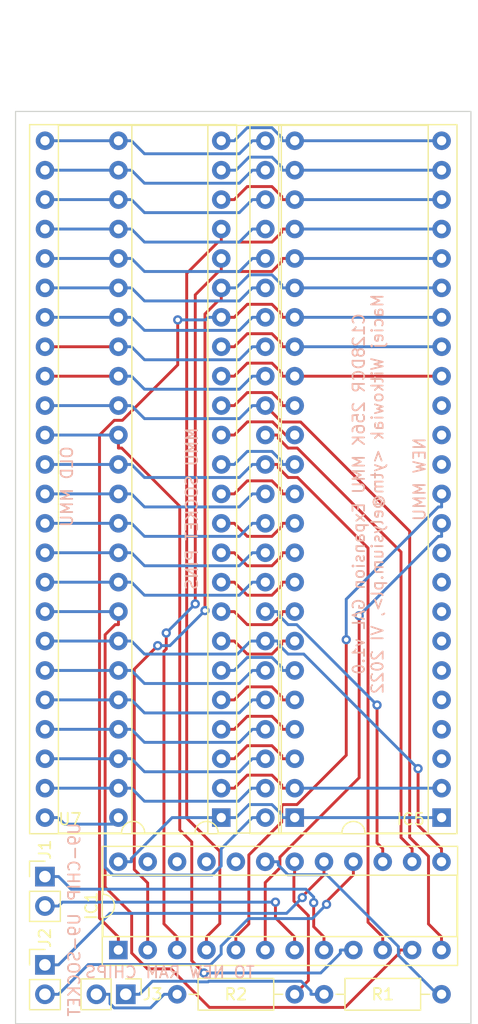
<source format=kicad_pcb>
(kicad_pcb (version 20211014) (generator pcbnew)
  (layers (0 "F.Cu" signal) (31 "B.Cu" signal) (34 "B.Paste" user) (35 "F.Paste" user) (36 "B.SilkS" user "B.Silkscreen") (37 "F.SilkS" user "F.Silkscreen") (38 "B.Mask" user) (39 "F.Mask" user) (44 "Edge.Cuts" user))
  (net 0 "")
  (net 1 "/~{RESET}")
  (net 13 "/AEC")
  (net 14 "/MUX")
  (net 15 "/A0")
  (net 16 "/A1")
  (net 17 "/A2")
  (net 18 "/A3")
  (net 19 "/A5{slash}A4")
  (net 20 "/A7{slash}A6")
  (net 21 "/A8")
  (net 22 "/A9")
  (net 23 "/A10")
  (net 24 "/A11")
  (net 25 "/A12")
  (net 26 "/A13")
  (net 27 "/A14")
  (net 28 "/A15")
  (net 29 "/R{slash}~{W}")
  (net 30 "/PHI_{IN}")
  (net 31 "/D0")
  (net 32 "/D1")
  (net 33 "/D2")
  (net 34 "/D3")
  (net 35 "/D4")
  (net 36 "/D5")
  (net 37 "/D6")
  (net 38 "/D7")
  (net 39 "/~{Z80EN}")
  (net 40 "/~{FSDIR}")
  (net 41 "/~{GAME}")
  (net 42 "/~{EXROM}")
  (net 43 "/MS3")
  (net 44 "/40{slash}~{80}")
  (net 45 "/D0_{IC5}")
  (net 46 "/D6_{IC5}")
  (net 47 "/~{RAMCAS2}")
  (net 48 "/~{RAMCAS3}")
  (net 49 "/~{RAMCAS1}_{IN}")
  (net 50 "/~{RAMCAS0}_{IN}")
  (net 51 "/~{RAMCAS1}_{OUT}")
  (net 52 "/~{RAMCAS0}_{OUT}")
  (net 53 "/TA15")
  (net 54 "/TA14")
  (net 55 "/TA13")
  (net 56 "/TA12")
  (net 57 "/TA11")
  (net 58 "/TA10")
  (net 59 "/TA9")
  (net 60 "/TA8")
  (net 61 "/~{CAS1}")
  (net 62 "/~{CAS0}")
  (net 63 "/MS2,~{IOSEL}")
  (net 64 "/MS1")
  (net 65 "/MS0")
  (net 66 "VCC")
  (net 67 "GND")
  (net 68 "/~{CAS0_{NEW}}")
  (net 69 "/~{CAS1_{NEW}}")
  (net 74 "Net-(IC1-Pad18)")
  (net 75 "Net-(IC1-Pad19)")
  (footprint "Resistor_THT:R_Axial_DIN0207_L6.3mm_D2.5mm_P10.16mm_Horizontal" (layer "F.Cu") (at 116.84 101.6 180)
    (fp_text reference "R1")
    (fp_text value "68")
  )
  (footprint "Connector_PinHeader_2.54mm:PinHeader_1x02_P2.54mm_Vertical" (layer "F.Cu") (at 82.55 99.06)
    (fp_text reference "J2")
    (fp_text value "U9-SOCKET")
  )
  (footprint "Package_DIP:DIP-48_W15.24mm" (layer "F.Cu") (at 104.145 86.35 180)
    (fp_text reference "U7_SOCKET1" hide)
    (fp_text value "MMU SOCKET PINS")
  )
  (footprint "Package_DIP:DIP-48_W15.24mm_Socket" (layer "F.Cu") (at 97.795 86.35 180)
    (fp_text reference "U7")
    (fp_text value "OLD MMU")
  )
  (footprint "Resistor_THT:R_Axial_DIN0207_L6.3mm_D2.5mm_P10.16mm_Horizontal" (layer "F.Cu") (at 104.14 101.6 180)
    (fp_text reference "R2")
    (fp_text value "68")
  )
  (footprint "Package_DIP:DIP-48_W15.24mm_Socket" (layer "F.Cu") (at 116.845 86.35 180)
    (fp_text reference "IC5")
    (fp_text value "NEW MMU")
  )
  (footprint "Connector_PinHeader_2.54mm:PinHeader_1x02_P2.54mm_Vertical" (layer "F.Cu") (at 82.55 91.44)
    (fp_text reference "J1")
    (fp_text value "U9-CHIP")
  )
  (footprint "Connector_PinHeader_2.54mm:PinHeader_1x02_P2.54mm_Vertical" (layer "F.Cu") (at 89.54 101.6 -90)
    (fp_text reference "J3")
    (fp_text value "TO NEW RAM CHIPS")
  )
  (footprint "Package_DIP:DIP-24_W7.62mm_Socket" (layer "F.Cu") (at 88.895 97.78 90)
    (fp_text reference "IC1")
    (fp_text value "GAL22V10")
  )
  (gr_rect (start 119.38 25.4) (end 80.01 104.14) (layer "Edge.Cuts") (width 0.1) (fill none))
  (gr_text "C128DCR 256K MMU Expansion GAL v1.0\nMaciej Witkowiak <ytm@elysium.pl>, VI 2022" (at 110.49 58.42 90) (layer "B.SilkS") (effects (font (size 1 1)) (justify mirror)))
  (segment (start 103.0197 83.5287) (end 102.1757 82.6847) (width 0.25) (layer "F.Cu") (net 1))
  (segment (start 102.1757 82.6847) (end 100.0456 82.6847) (width 0.25) (layer "F.Cu") (net 1))
  (segment (start 100.0456 82.6847) (end 98.9203 83.81) (width 0.25) (layer "F.Cu") (net 1))
  (segment (start 104.145 83.81) (end 103.0197 83.81) (width 0.25) (layer "F.Cu") (net 1))
  (segment (start 97.795 83.81) (end 98.9203 83.81) (width 0.25) (layer "F.Cu") (net 1))
  (segment (start 103.0197 83.81) (end 103.0197 83.5287) (width 0.25) (layer "F.Cu") (net 1))
  (segment (start 116.845 83.81) (end 104.145 83.81) (width 0.25) (layer "B.Cu") (net 1))
  (segment (start 116.845 48.25) (end 104.145 48.25) (width 0.25) (layer "F.Cu") (net 13))
  (segment (start 103.0197 48.25) (end 103.0197 47.9686) (width 0.25) (layer "F.Cu") (net 13))
  (segment (start 104.145 48.25) (end 103.0197 48.25) (width 0.25) (layer "F.Cu") (net 13))
  (segment (start 100.0456 47.1247) (end 98.9203 48.25) (width 0.25) (layer "F.Cu") (net 13))
  (segment (start 97.795 48.25) (end 98.9203 48.25) (width 0.25) (layer "F.Cu") (net 13))
  (segment (start 103.0197 47.9686) (end 102.1758 47.1247) (width 0.25) (layer "F.Cu") (net 13))
  (segment (start 102.1758 47.1247) (end 100.0456 47.1247) (width 0.25) (layer "F.Cu") (net 13))
  (segment (start 103.0197 45.4287) (end 102.1757 44.5847) (width 0.25) (layer "F.Cu") (net 14))
  (segment (start 103.0197 45.71) (end 103.0197 45.4287) (width 0.25) (layer "F.Cu") (net 14))
  (segment (start 97.795 45.71) (end 98.9203 45.71) (width 0.25) (layer "F.Cu") (net 14))
  (segment (start 100.0456 44.5847) (end 98.9203 45.71) (width 0.25) (layer "F.Cu") (net 14))
  (segment (start 104.145 45.71) (end 103.0197 45.71) (width 0.25) (layer "F.Cu") (net 14))
  (segment (start 102.1757 44.5847) (end 100.0456 44.5847) (width 0.25) (layer "F.Cu") (net 14))
  (segment (start 116.845 45.71) (end 104.145 45.71) (width 0.25) (layer "B.Cu") (net 14))
  (segment (start 88.895 97.78) (end 88.895 96.6547) (width 0.25) (layer "F.Cu") (net 15))
  (segment (start 87.2684 95.0281) (end 87.2684 53.3348) (width 0.25) (layer "F.Cu") (net 15))
  (segment (start 94.0312 47.2746) (end 94.0312 43.3929) (width 0.25) (layer "F.Cu") (net 15))
  (segment (start 88.895 96.6547) (end 87.2684 95.0281) (width 0.25) (layer "F.Cu") (net 15))
  (segment (start 100.0456 42.0447) (end 102.1758 42.0447) (width 0.25) (layer "F.Cu") (net 15))
  (segment (start 87.2684 53.3348) (end 88.5432 52.06) (width 0.25) (layer "F.Cu") (net 15))
  (segment (start 89.2458 52.06) (end 94.0312 47.2746) (width 0.25) (layer "F.Cu") (net 15))
  (segment (start 98.9203 43.17) (end 100.0456 42.0447) (width 0.25) (layer "F.Cu") (net 15))
  (segment (start 103.0197 42.8886) (end 103.0197 43.17) (width 0.25) (layer "F.Cu") (net 15))
  (segment (start 88.5432 52.06) (end 89.2458 52.06) (width 0.25) (layer "F.Cu") (net 15))
  (segment (start 104.145 43.17) (end 103.0197 43.17) (width 0.25) (layer "F.Cu") (net 15))
  (segment (start 97.795 43.17) (end 98.9203 43.17) (width 0.25) (layer "F.Cu") (net 15))
  (segment (start 102.1758 42.0447) (end 103.0197 42.8886) (width 0.25) (layer "F.Cu") (net 15))
  (via (at 94.0312 43.3929) (size 0.8) (drill 0.4) (layers "F.Cu" "B.Cu") (net 15))
  (segment (start 96.4468 43.3929) (end 96.6697 43.17) (width 0.25) (layer "B.Cu") (net 15))
  (segment (start 97.795 43.17) (end 96.6697 43.17) (width 0.25) (layer "B.Cu") (net 15))
  (segment (start 94.0312 43.3929) (end 96.4468 43.3929) (width 0.25) (layer "B.Cu") (net 15))
  (segment (start 116.845 43.17) (end 104.145 43.17) (width 0.25) (layer "B.Cu") (net 15))
  (segment (start 96.3861 42.8829) (end 97.5137 41.7553) (width 0.25) (layer "F.Cu") (net 16))
  (segment (start 91.435 91.9948) (end 90.275 90.8348) (width 0.25) (layer "F.Cu") (net 16))
  (segment (start 90.275 90.8348) (end 90.275 73.5344) (width 0.25) (layer "F.Cu") (net 16))
  (segment (start 96.3861 68.4816) (end 96.3861 42.8829) (width 0.25) (layer "F.Cu") (net 16))
  (segment (start 97.5137 41.7553) (end 97.795 41.7553) (width 0.25) (layer "F.Cu") (net 16))
  (segment (start 91.435 97.78) (end 91.435 91.9948) (width 0.25) (layer "F.Cu") (net 16))
  (segment (start 90.275 73.5344) (end 92.3004 71.509) (width 0.25) (layer "F.Cu") (net 16))
  (segment (start 97.795 40.63) (end 97.795 41.7553) (width 0.25) (layer "F.Cu") (net 16))
  (via (at 96.3861 68.4816) (size 0.8) (drill 0.4) (layers "F.Cu" "B.Cu") (net 16))
  (via (at 92.3004 71.509) (size 0.8) (drill 0.4) (layers "F.Cu" "B.Cu") (net 16))
  (segment (start 100.195 39.5047) (end 102.1758 39.5047) (width 0.25) (layer "B.Cu") (net 16))
  (segment (start 93.3587 71.509) (end 92.3004 71.509) (width 0.25) (layer "B.Cu") (net 16))
  (segment (start 97.795 40.63) (end 99.0697 40.63) (width 0.25) (layer "B.Cu") (net 16))
  (segment (start 99.0697 40.63) (end 100.195 39.5047) (width 0.25) (layer "B.Cu") (net 16))
  (segment (start 96.3861 68.4816) (end 93.3587 71.509) (width 0.25) (layer "B.Cu") (net 16))
  (segment (start 103.0197 40.3486) (end 103.0197 40.63) (width 0.25) (layer "B.Cu") (net 16))
  (segment (start 116.845 40.63) (end 104.145 40.63) (width 0.25) (layer "B.Cu") (net 16))
  (segment (start 102.1758 39.5047) (end 103.0197 40.3486) (width 0.25) (layer "B.Cu") (net 16))
  (segment (start 104.145 40.63) (end 103.0197 40.63) (width 0.25) (layer "B.Cu") (net 16))
  (segment (start 92.8388 95.5185) (end 92.8388 71.9964) (width 0.25) (layer "F.Cu") (net 17))
  (segment (start 93.0389 71.7963) (end 93.0389 70.4136) (width 0.25) (layer "F.Cu") (net 17))
  (segment (start 102.1758 39.2153) (end 103.0197 38.3714) (width 0.25) (layer "F.Cu") (net 17))
  (segment (start 103.0197 38.3714) (end 103.0197 38.09) (width 0.25) (layer "F.Cu") (net 17))
  (segment (start 104.145 38.09) (end 103.0197 38.09) (width 0.25) (layer "F.Cu") (net 17))
  (segment (start 92.8388 71.9964) (end 93.0389 71.7963) (width 0.25) (layer "F.Cu") (net 17))
  (segment (start 93.975 96.6547) (end 92.8388 95.5185) (width 0.25) (layer "F.Cu") (net 17))
  (segment (start 95.5461 67.9064) (end 95.5461 41.2324) (width 0.25) (layer "F.Cu") (net 17))
  (segment (start 97.795 39.2153) (end 102.1758 39.2153) (width 0.25) (layer "F.Cu") (net 17))
  (segment (start 95.5461 41.2324) (end 97.5632 39.2153) (width 0.25) (layer "F.Cu") (net 17))
  (segment (start 97.5632 39.2153) (end 97.795 39.2153) (width 0.25) (layer "F.Cu") (net 17))
  (segment (start 93.975 97.78) (end 93.975 96.6547) (width 0.25) (layer "F.Cu") (net 17))
  (segment (start 97.795 38.09) (end 97.795 39.2153) (width 0.25) (layer "F.Cu") (net 17))
  (via (at 95.5461 67.9064) (size 0.8) (drill 0.4) (layers "F.Cu" "B.Cu") (net 17))
  (via (at 93.0389 70.4136) (size 0.8) (drill 0.4) (layers "F.Cu" "B.Cu") (net 17))
  (segment (start 116.845 38.09) (end 104.145 38.09) (width 0.25) (layer "B.Cu") (net 17))
  (segment (start 93.0389 70.4136) (end 95.5461 67.9064) (width 0.25) (layer "B.Cu") (net 17))
  (segment (start 96.515 97.78) (end 96.515 96.6547) (width 0.25) (layer "F.Cu") (net 18))
  (segment (start 97.5137 36.6753) (end 97.795 36.6753) (width 0.25) (layer "F.Cu") (net 18))
  (segment (start 104.145 35.55) (end 103.0197 35.55) (width 0.25) (layer "F.Cu") (net 18))
  (segment (start 103.0197 35.55) (end 103.0197 35.8314) (width 0.25) (layer "F.Cu") (net 18))
  (segment (start 97.795 35.55) (end 97.795 36.6753) (width 0.25) (layer "F.Cu") (net 18))
  (segment (start 96.515 96.6547) (end 97.6703 95.4994) (width 0.25) (layer "F.Cu") (net 18))
  (segment (start 103.0197 35.8314) (end 102.1758 36.6753) (width 0.25) (layer "F.Cu") (net 18))
  (segment (start 102.1758 36.6753) (end 97.795 36.6753) (width 0.25) (layer "F.Cu") (net 18))
  (segment (start 97.6703 89.2566) (end 94.8074 86.3937) (width 0.25) (layer "F.Cu") (net 18))
  (segment (start 97.6703 95.4994) (end 97.6703 89.2566) (width 0.25) (layer "F.Cu") (net 18))
  (segment (start 94.8074 39.3816) (end 97.5137 36.6753) (width 0.25) (layer "F.Cu") (net 18))
  (segment (start 94.8074 86.3937) (end 94.8074 39.3816) (width 0.25) (layer "F.Cu") (net 18))
  (segment (start 116.845 35.55) (end 104.145 35.55) (width 0.25) (layer "B.Cu") (net 18))
  (segment (start 100.0456 31.8847) (end 98.9203 33.01) (width 0.25) (layer "F.Cu") (net 19))
  (segment (start 97.795 33.01) (end 98.9203 33.01) (width 0.25) (layer "F.Cu") (net 19))
  (segment (start 104.145 33.01) (end 103.0197 33.01) (width 0.25) (layer "F.Cu") (net 19))
  (segment (start 102.1757 31.8847) (end 100.0456 31.8847) (width 0.25) (layer "F.Cu") (net 19))
  (segment (start 103.0197 33.01) (end 103.0197 32.7287) (width 0.25) (layer "F.Cu") (net 19))
  (segment (start 103.0197 32.7287) (end 102.1757 31.8847) (width 0.25) (layer "F.Cu") (net 19))
  (segment (start 116.845 33.01) (end 104.145 33.01) (width 0.25) (layer "B.Cu") (net 19))
  (segment (start 103.0197 30.1886) (end 103.0197 30.47) (width 0.25) (layer "B.Cu") (net 20))
  (segment (start 104.145 30.47) (end 103.0197 30.47) (width 0.25) (layer "B.Cu") (net 20))
  (segment (start 100.195 29.3447) (end 102.1758 29.3447) (width 0.25) (layer "B.Cu") (net 20))
  (segment (start 99.0697 30.47) (end 100.195 29.3447) (width 0.25) (layer "B.Cu") (net 20))
  (segment (start 97.795 30.47) (end 99.0697 30.47) (width 0.25) (layer "B.Cu") (net 20))
  (segment (start 102.1758 29.3447) (end 103.0197 30.1886) (width 0.25) (layer "B.Cu") (net 20))
  (segment (start 116.845 30.47) (end 104.145 30.47) (width 0.25) (layer "B.Cu") (net 20))
  (segment (start 116.845 27.93) (end 104.145 27.93) (width 0.25) (layer "B.Cu") (net 21))
  (segment (start 103.0197 27.93) (end 103.0197 27.6486) (width 0.25) (layer "B.Cu") (net 21))
  (segment (start 103.0197 27.6486) (end 102.1758 26.8047) (width 0.25) (layer "B.Cu") (net 21))
  (segment (start 102.1758 26.8047) (end 100.0456 26.8047) (width 0.25) (layer "B.Cu") (net 21))
  (segment (start 100.0456 26.8047) (end 98.9203 27.93) (width 0.25) (layer "B.Cu") (net 21))
  (segment (start 104.145 27.93) (end 103.0197 27.93) (width 0.25) (layer "B.Cu") (net 21))
  (segment (start 97.795 27.93) (end 98.9203 27.93) (width 0.25) (layer "B.Cu") (net 21))
  (segment (start 101.605 27.93) (end 100.4797 27.93) (width 0.25) (layer "B.Cu") (net 22))
  (segment (start 100.4797 27.93) (end 99.3544 29.0553) (width 0.25) (layer "B.Cu") (net 22))
  (segment (start 82.555 27.93) (end 88.905 27.93) (width 0.25) (layer "B.Cu") (net 22))
  (segment (start 99.3544 29.0553) (end 91.1556 29.0553) (width 0.25) (layer "B.Cu") (net 22))
  (segment (start 91.1556 29.0553) (end 90.0303 27.93) (width 0.25) (layer "B.Cu") (net 22))
  (segment (start 88.905 27.93) (end 90.0303 27.93) (width 0.25) (layer "B.Cu") (net 22))
  (segment (start 91.1556 31.5953) (end 90.0303 30.47) (width 0.25) (layer "B.Cu") (net 23))
  (segment (start 82.555 30.47) (end 88.905 30.47) (width 0.25) (layer "B.Cu") (net 23))
  (segment (start 100.4797 30.47) (end 99.3544 31.5953) (width 0.25) (layer "B.Cu") (net 23))
  (segment (start 99.3544 31.5953) (end 91.1556 31.5953) (width 0.25) (layer "B.Cu") (net 23))
  (segment (start 101.605 30.47) (end 100.4797 30.47) (width 0.25) (layer "B.Cu") (net 23))
  (segment (start 88.905 30.47) (end 90.0303 30.47) (width 0.25) (layer "B.Cu") (net 23))
  (segment (start 101.605 33.01) (end 100.4797 33.01) (width 0.25) (layer "B.Cu") (net 24))
  (segment (start 99.3544 34.1353) (end 91.1556 34.1353) (width 0.25) (layer "B.Cu") (net 24))
  (segment (start 82.555 33.01) (end 88.905 33.01) (width 0.25) (layer "B.Cu") (net 24))
  (segment (start 91.1556 34.1353) (end 90.0303 33.01) (width 0.25) (layer "B.Cu") (net 24))
  (segment (start 100.4797 33.01) (end 99.3544 34.1353) (width 0.25) (layer "B.Cu") (net 24))
  (segment (start 88.905 33.01) (end 90.0303 33.01) (width 0.25) (layer "B.Cu") (net 24))
  (segment (start 88.905 35.55) (end 90.0303 35.55) (width 0.25) (layer "B.Cu") (net 25))
  (segment (start 99.3544 36.6753) (end 91.1556 36.6753) (width 0.25) (layer "B.Cu") (net 25))
  (segment (start 91.1556 36.6753) (end 90.0303 35.55) (width 0.25) (layer "B.Cu") (net 25))
  (segment (start 82.555 35.55) (end 88.905 35.55) (width 0.25) (layer "B.Cu") (net 25))
  (segment (start 101.605 35.55) (end 100.4797 35.55) (width 0.25) (layer "B.Cu") (net 25))
  (segment (start 100.4797 35.55) (end 99.3544 36.6753) (width 0.25) (layer "B.Cu") (net 25))
  (segment (start 101.605 38.09) (end 100.4797 38.09) (width 0.25) (layer "B.Cu") (net 26))
  (segment (start 100.4797 38.09) (end 99.3544 39.2153) (width 0.25) (layer "B.Cu") (net 26))
  (segment (start 99.3544 39.2153) (end 91.1556 39.2153) (width 0.25) (layer "B.Cu") (net 26))
  (segment (start 88.905 38.09) (end 90.0303 38.09) (width 0.25) (layer "B.Cu") (net 26))
  (segment (start 82.555 38.09) (end 88.905 38.09) (width 0.25) (layer "B.Cu") (net 26))
  (segment (start 91.1556 39.2153) (end 90.0303 38.09) (width 0.25) (layer "B.Cu") (net 26))
  (segment (start 99.3544 41.7553) (end 91.1556 41.7553) (width 0.25) (layer "B.Cu") (net 27))
  (segment (start 88.905 40.63) (end 90.0303 40.63) (width 0.25) (layer "B.Cu") (net 27))
  (segment (start 91.1556 41.7553) (end 90.0303 40.63) (width 0.25) (layer "B.Cu") (net 27))
  (segment (start 101.605 40.63) (end 100.4797 40.63) (width 0.25) (layer "B.Cu") (net 27))
  (segment (start 100.4797 40.63) (end 99.3544 41.7553) (width 0.25) (layer "B.Cu") (net 27))
  (segment (start 82.555 40.63) (end 88.905 40.63) (width 0.25) (layer "B.Cu") (net 27))
  (segment (start 99.3544 44.2953) (end 91.1556 44.2953) (width 0.25) (layer "B.Cu") (net 28))
  (segment (start 82.555 43.17) (end 88.905 43.17) (width 0.25) (layer "B.Cu") (net 28))
  (segment (start 91.1556 44.2953) (end 90.0303 43.17) (width 0.25) (layer "B.Cu") (net 28))
  (segment (start 88.905 43.17) (end 90.0303 43.17) (width 0.25) (layer "B.Cu") (net 28))
  (segment (start 101.605 43.17) (end 100.4797 43.17) (width 0.25) (layer "B.Cu") (net 28))
  (segment (start 100.4797 43.17) (end 99.3544 44.2953) (width 0.25) (layer "B.Cu") (net 28))
  (segment (start 82.555 45.71) (end 88.905 45.71) (width 0.25) (layer "F.Cu") (net 29))
  (segment (start 88.905 45.71) (end 90.0303 45.71) (width 0.25) (layer "B.Cu") (net 29))
  (segment (start 91.1556 46.8353) (end 90.0303 45.71) (width 0.25) (layer "B.Cu") (net 29))
  (segment (start 99.3544 46.8353) (end 91.1556 46.8353) (width 0.25) (layer "B.Cu") (net 29))
  (segment (start 100.4797 45.71) (end 99.3544 46.8353) (width 0.25) (layer "B.Cu") (net 29))
  (segment (start 101.605 45.71) (end 100.4797 45.71) (width 0.25) (layer "B.Cu") (net 29))
  (segment (start 88.905 48.25) (end 82.555 48.25) (width 0.25) (layer "F.Cu") (net 30))
  (segment (start 100.4797 48.25) (end 99.3544 49.3753) (width 0.25) (layer "B.Cu") (net 30))
  (segment (start 101.605 48.25) (end 100.4797 48.25) (width 0.25) (layer "B.Cu") (net 30))
  (segment (start 91.1556 49.3753) (end 90.0303 48.25) (width 0.25) (layer "B.Cu") (net 30))
  (segment (start 88.905 48.25) (end 90.0303 48.25) (width 0.25) (layer "B.Cu") (net 30))
  (segment (start 99.3544 49.3753) (end 91.1556 49.3753) (width 0.25) (layer "B.Cu") (net 30))
  (segment (start 88.905 53.33) (end 88.905 54.4553) (width 0.25) (layer "F.Cu") (net 31))
  (segment (start 94.2071 59.4761) (end 89.1863 54.4553) (width 0.25) (layer "F.Cu") (net 31))
  (segment (start 94.2071 87.4179) (end 94.2071 59.4761) (width 0.25) (layer "F.Cu") (net 31))
  (segment (start 95.245 98.7037) (end 95.245 88.4558) (width 0.25) (layer "F.Cu") (net 31))
  (segment (start 95.245 88.4558) (end 94.2071 87.4179) (width 0.25) (layer "F.Cu") (net 31))
  (segment (start 89.1863 54.4553) (end 88.905 54.4553) (width 0.25) (layer "F.Cu") (net 31))
  (segment (start 96.3018 99.7605) (end 95.245 98.7037) (width 0.25) (layer "F.Cu") (net 31))
  (via (at 96.3018 99.7605) (size 0.8) (drill 0.4) (layers "F.Cu" "B.Cu") (net 31))
  (segment (start 108.0897 98.0613) (end 106.3905 99.7605) (width 0.25) (layer "B.Cu") (net 31))
  (segment (start 106.3905 99.7605) (end 96.3018 99.7605) (width 0.25) (layer "B.Cu") (net 31))
  (segment (start 108.0897 97.78) (end 108.0897 98.0613) (width 0.25) (layer "B.Cu") (net 31))
  (segment (start 82.555 53.33) (end 88.905 53.33) (width 0.25) (layer "B.Cu") (net 31))
  (segment (start 109.215 97.78) (end 108.0897 97.78) (width 0.25) (layer "B.Cu") (net 31))
  (segment (start 103.5742 56.9953) (end 102.7303 56.1514) (width 0.25) (layer "F.Cu") (net 32))
  (segment (start 110.4829 95.3826) (end 110.4829 63.0826) (width 0.25) (layer "F.Cu") (net 32))
  (segment (start 111.755 97.78) (end 111.755 96.6547) (width 0.25) (layer "F.Cu") (net 32))
  (segment (start 110.4829 63.0826) (end 104.3956 56.9953) (width 0.25) (layer "F.Cu") (net 32))
  (segment (start 101.605 55.87) (end 102.7303 55.87) (width 0.25) (layer "F.Cu") (net 32))
  (segment (start 102.7303 56.1514) (end 102.7303 55.87) (width 0.25) (layer "F.Cu") (net 32))
  (segment (start 111.755 96.6547) (end 110.4829 95.3826) (width 0.25) (layer "F.Cu") (net 32))
  (segment (start 104.3956 56.9953) (end 103.5742 56.9953) (width 0.25) (layer "F.Cu") (net 32))
  (segment (start 91.1556 56.9953) (end 90.0303 55.87) (width 0.25) (layer "B.Cu") (net 32))
  (segment (start 101.605 55.87) (end 100.4797 55.87) (width 0.25) (layer "B.Cu") (net 32))
  (segment (start 82.555 55.87) (end 88.905 55.87) (width 0.25) (layer "B.Cu") (net 32))
  (segment (start 88.905 55.87) (end 90.0303 55.87) (width 0.25) (layer "B.Cu") (net 32))
  (segment (start 100.4797 55.87) (end 99.3544 56.9953) (width 0.25) (layer "B.Cu") (net 32))
  (segment (start 99.3544 56.9953) (end 91.1556 56.9953) (width 0.25) (layer "B.Cu") (net 32))
  (segment (start 100.4797 58.41) (end 99.3544 59.5353) (width 0.25) (layer "B.Cu") (net 33))
  (segment (start 91.1556 59.5353) (end 90.0303 58.41) (width 0.25) (layer "B.Cu") (net 33))
  (segment (start 99.3544 59.5353) (end 91.1556 59.5353) (width 0.25) (layer "B.Cu") (net 33))
  (segment (start 88.905 58.41) (end 90.0303 58.41) (width 0.25) (layer "B.Cu") (net 33))
  (segment (start 82.555 58.41) (end 88.905 58.41) (width 0.25) (layer "B.Cu") (net 33))
  (segment (start 101.605 58.41) (end 100.4797 58.41) (width 0.25) (layer "B.Cu") (net 33))
  (segment (start 100.4797 60.95) (end 99.3544 62.0753) (width 0.25) (layer "B.Cu") (net 34))
  (segment (start 88.905 60.95) (end 90.0303 60.95) (width 0.25) (layer "B.Cu") (net 34))
  (segment (start 99.3544 62.0753) (end 91.1556 62.0753) (width 0.25) (layer "B.Cu") (net 34))
  (segment (start 91.1556 62.0753) (end 90.0303 60.95) (width 0.25) (layer "B.Cu") (net 34))
  (segment (start 101.605 60.95) (end 100.4797 60.95) (width 0.25) (layer "B.Cu") (net 34))
  (segment (start 82.555 60.95) (end 88.905 60.95) (width 0.25) (layer "B.Cu") (net 34))
  (segment (start 88.905 63.49) (end 90.0303 63.49) (width 0.25) (layer "B.Cu") (net 35))
  (segment (start 101.605 63.49) (end 100.4797 63.49) (width 0.25) (layer "B.Cu") (net 35))
  (segment (start 100.4797 63.49) (end 99.3544 64.6153) (width 0.25) (layer "B.Cu") (net 35))
  (segment (start 91.1556 64.6153) (end 90.0303 63.49) (width 0.25) (layer "B.Cu") (net 35))
  (segment (start 82.555 63.49) (end 88.905 63.49) (width 0.25) (layer "B.Cu") (net 35))
  (segment (start 99.3544 64.6153) (end 91.1556 64.6153) (width 0.25) (layer "B.Cu") (net 35))
  (segment (start 99.3544 67.1553) (end 91.1556 67.1553) (width 0.25) (layer "B.Cu") (net 36))
  (segment (start 82.555 66.03) (end 88.905 66.03) (width 0.25) (layer "B.Cu") (net 36))
  (segment (start 100.4797 66.03) (end 99.3544 67.1553) (width 0.25) (layer "B.Cu") (net 36))
  (segment (start 91.1556 67.1553) (end 90.0303 66.03) (width 0.25) (layer "B.Cu") (net 36))
  (segment (start 101.605 66.03) (end 100.4797 66.03) (width 0.25) (layer "B.Cu") (net 36))
  (segment (start 88.905 66.03) (end 90.0303 66.03) (width 0.25) (layer "B.Cu") (net 36))
  (segment (start 113.1697 97.78) (end 113.1697 98.0613) (width 0.25) (layer "F.Cu") (net 37))
  (segment (start 93.4441 99.407) (end 91.4169 99.407) (width 0.25) (layer "F.Cu") (net 37))
  (segment (start 108.4977 102.7333) (end 96.7704 102.7333) (width 0.25) (layer "F.Cu") (net 37))
  (segment (start 87.7532 70.5658) (end 88.6237 69.6953) (width 0.25) (layer "F.Cu") (net 37))
  (segment (start 114.295 97.78) (end 113.1697 97.78) (width 0.25) (layer "F.Cu") (net 37))
  (segment (start 88.6237 69.6953) (end 88.905 69.6953) (width 0.25) (layer "F.Cu") (net 37))
  (segment (start 87.7532 92.3487) (end 87.7532 70.5658) (width 0.25) (layer "F.Cu") (net 37))
  (segment (start 113.1697 98.0613) (end 108.4977 102.7333) (width 0.25) (layer "F.Cu") (net 37))
  (segment (start 91.4169 99.407) (end 90.05 98.0401) (width 0.25) (layer "F.Cu") (net 37))
  (segment (start 90.05 94.6455) (end 87.7532 92.3487) (width 0.25) (layer "F.Cu") (net 37))
  (segment (start 90.05 98.0401) (end 90.05 94.6455) (width 0.25) (layer "F.Cu") (net 37))
  (segment (start 88.905 68.57) (end 88.905 69.6953) (width 0.25) (layer "F.Cu") (net 37))
  (segment (start 96.7704 102.7333) (end 93.4441 99.407) (width 0.25) (layer "F.Cu") (net 37))
  (segment (start 82.555 68.57) (end 88.905 68.57) (width 0.25) (layer "B.Cu") (net 37))
  (segment (start 116.835 90.16) (end 116.835 89.0347) (width 0.25) (layer "F.Cu") (net 38))
  (segment (start 116.835 89.0347) (end 114.8102 87.0099) (width 0.25) (layer "F.Cu") (net 38))
  (segment (start 114.8102 87.0099) (end 114.8102 82.1215) (width 0.25) (layer "F.Cu") (net 38))
  (via (at 114.8102 82.1215) (size 0.8) (drill 0.4) (layers "F.Cu" "B.Cu") (net 38))
  (segment (start 99.205 72.2353) (end 91.1556 72.2353) (width 0.25) (layer "B.Cu") (net 38))
  (segment (start 103.5742 72.2353) (end 104.924 72.2353) (width 0.25) (layer "B.Cu") (net 38))
  (segment (start 101.605 71.11) (end 100.3303 71.11) (width 0.25) (layer "B.Cu") (net 38))
  (segment (start 101.605 71.11) (end 102.7303 71.11) (width 0.25) (layer "B.Cu") (net 38))
  (segment (start 100.3303 71.11) (end 99.205 72.2353) (width 0.25) (layer "B.Cu") (net 38))
  (segment (start 102.7303 71.11) (end 102.7303 71.3914) (width 0.25) (layer "B.Cu") (net 38))
  (segment (start 102.7303 71.3914) (end 103.5742 72.2353) (width 0.25) (layer "B.Cu") (net 38))
  (segment (start 104.924 72.2353) (end 114.8102 82.1215) (width 0.25) (layer "B.Cu") (net 38))
  (segment (start 91.1556 72.2353) (end 90.0303 71.11) (width 0.25) (layer "B.Cu") (net 38))
  (segment (start 88.905 71.11) (end 90.0303 71.11) (width 0.25) (layer "B.Cu") (net 38))
  (segment (start 82.555 71.11) (end 88.905 71.11) (width 0.25) (layer "B.Cu") (net 38))
  (segment (start 100.4797 73.65) (end 99.3544 74.7753) (width 0.25) (layer "B.Cu") (net 39))
  (segment (start 99.3544 74.7753) (end 91.1556 74.7753) (width 0.25) (layer "B.Cu") (net 39))
  (segment (start 91.1556 74.7753) (end 90.0303 73.65) (width 0.25) (layer "B.Cu") (net 39))
  (segment (start 82.555 73.65) (end 88.905 73.65) (width 0.25) (layer "B.Cu") (net 39))
  (segment (start 88.905 73.65) (end 90.0303 73.65) (width 0.25) (layer "B.Cu") (net 39))
  (segment (start 101.605 73.65) (end 100.4797 73.65) (width 0.25) (layer "B.Cu") (net 39))
  (segment (start 88.905 76.19) (end 90.0303 76.19) (width 0.25) (layer "B.Cu") (net 40))
  (segment (start 82.555 76.19) (end 88.905 76.19) (width 0.25) (layer "B.Cu") (net 40))
  (segment (start 101.605 76.19) (end 100.4797 76.19) (width 0.25) (layer "B.Cu") (net 40))
  (segment (start 91.1556 77.3153) (end 90.0303 76.19) (width 0.25) (layer "B.Cu") (net 40))
  (segment (start 99.3544 77.3153) (end 91.1556 77.3153) (width 0.25) (layer "B.Cu") (net 40))
  (segment (start 100.4797 76.19) (end 99.3544 77.3153) (width 0.25) (layer "B.Cu") (net 40))
  (segment (start 101.605 78.73) (end 100.4797 78.73) (width 0.25) (layer "B.Cu") (net 41))
  (segment (start 91.1556 79.8553) (end 90.0303 78.73) (width 0.25) (layer "B.Cu") (net 41))
  (segment (start 100.4797 78.73) (end 99.3544 79.8553) (width 0.25) (layer "B.Cu") (net 41))
  (segment (start 99.3544 79.8553) (end 91.1556 79.8553) (width 0.25) (layer "B.Cu") (net 41))
  (segment (start 82.555 78.73) (end 88.905 78.73) (width 0.25) (layer "B.Cu") (net 41))
  (segment (start 88.905 78.73) (end 90.0303 78.73) (width 0.25) (layer "B.Cu") (net 41))
  (segment (start 100.4797 81.27) (end 99.3544 82.3953) (width 0.25) (layer "B.Cu") (net 42))
  (segment (start 101.605 81.27) (end 100.4797 81.27) (width 0.25) (layer "B.Cu") (net 42))
  (segment (start 88.905 81.27) (end 90.0303 81.27) (width 0.25) (layer "B.Cu") (net 42))
  (segment (start 91.1556 82.3953) (end 90.0303 81.27) (width 0.25) (layer "B.Cu") (net 42))
  (segment (start 99.3544 82.3953) (end 91.1556 82.3953) (width 0.25) (layer "B.Cu") (net 42))
  (segment (start 88.905 81.27) (end 82.555 81.27) (width 0.25) (layer "B.Cu") (net 42))
  (segment (start 82.555 83.81) (end 88.905 83.81) (width 0.25) (layer "B.Cu") (net 43))
  (segment (start 99.2797 84.9353) (end 91.1556 84.9353) (width 0.25) (layer "B.Cu") (net 43))
  (segment (start 88.905 83.81) (end 90.0303 83.81) (width 0.25) (layer "B.Cu") (net 43))
  (segment (start 100.405 83.81) (end 99.2797 84.9353) (width 0.25) (layer "B.Cu") (net 43))
  (segment (start 91.1556 84.9353) (end 90.0303 83.81) (width 0.25) (layer "B.Cu") (net 43))
  (segment (start 101.605 83.81) (end 100.405 83.81) (width 0.25) (layer "B.Cu") (net 43))
  (segment (start 88.4324 91.3101) (end 87.7696 90.6473) (width 0.25) (layer "B.Cu") (net 44))
  (segment (start 87.7696 86.9126) (end 84.2429 86.9126) (width 0.25) (layer "B.Cu") (net 44))
  (segment (start 84.2429 86.9126) (end 83.6803 86.35) (width 0.25) (layer "B.Cu") (net 44))
  (segment (start 88.905 86.35) (end 88.905 86.9126) (width 0.25) (layer "B.Cu") (net 44))
  (segment (start 97.0001 91.3101) (end 88.4324 91.3101) (width 0.25) (layer "B.Cu") (net 44))
  (segment (start 87.7696 90.6473) (end 87.7696 86.9126) (width 0.25) (layer "B.Cu") (net 44))
  (segment (start 97.785 89.0447) (end 97.785 90.5252) (width 0.25) (layer "B.Cu") (net 44))
  (segment (start 88.905 86.9126) (end 87.7696 86.9126) (width 0.25) (layer "B.Cu") (net 44))
  (segment (start 100.4797 86.35) (end 97.785 89.0447) (width 0.25) (layer "B.Cu") (net 44))
  (segment (start 101.605 86.35) (end 100.4797 86.35) (width 0.25) (layer "B.Cu") (net 44))
  (segment (start 82.555 86.35) (end 83.6803 86.35) (width 0.25) (layer "B.Cu") (net 44))
  (segment (start 97.785 90.5252) (end 97.0001 91.3101) (width 0.25) (layer "B.Cu") (net 44))
  (segment (start 113.3355 88.0753) (end 113.3356 88.0753) (width 0.25) (layer "F.Cu") (net 45))
  (segment (start 102.7303 53.33) (end 102.7303 53.6114) (width 0.25) (layer "F.Cu") (net 45))
  (segment (start 113.3355 63.4226) (end 113.3355 88.0753) (width 0.25) (layer "F.Cu") (net 45))
  (segment (start 113.3356 88.0753) (end 114.295 89.0347) (width 0.25) (layer "F.Cu") (net 45))
  (segment (start 104.3682 54.4553) (end 113.3355 63.4226) (width 0.25) (layer "F.Cu") (net 45))
  (segment (start 101.605 53.33) (end 102.7303 53.33) (width 0.25) (layer "F.Cu") (net 45))
  (segment (start 102.7303 53.6114) (end 103.5742 54.4553) (width 0.25) (layer "F.Cu") (net 45))
  (segment (start 114.295 90.16) (end 114.295 89.0347) (width 0.25) (layer "F.Cu") (net 45))
  (segment (start 103.5742 54.4553) (end 104.3682 54.4553) (width 0.25) (layer "F.Cu") (net 45))
  (segment (start 111.755 89.0347) (end 111.2618 88.5415) (width 0.25) (layer "F.Cu") (net 46))
  (segment (start 111.755 90.16) (end 111.755 89.0347) (width 0.25) (layer "F.Cu") (net 46))
  (segment (start 111.2618 88.5415) (end 111.2618 76.6353) (width 0.25) (layer "F.Cu") (net 46))
  (via (at 111.2618 76.6353) (size 0.8) (drill 0.4) (layers "F.Cu" "B.Cu") (net 46))
  (segment (start 101.605 68.57) (end 102.7303 68.57) (width 0.25) (layer "B.Cu") (net 46))
  (segment (start 102.7303 68.8514) (end 102.7303 68.57) (width 0.25) (layer "B.Cu") (net 46))
  (segment (start 111.2618 76.6353) (end 104.3218 69.6953) (width 0.25) (layer "B.Cu") (net 46))
  (segment (start 103.5742 69.6953) (end 102.7303 68.8514) (width 0.25) (layer "B.Cu") (net 46))
  (segment (start 104.3218 69.6953) (end 103.5742 69.6953) (width 0.25) (layer "B.Cu") (net 46))
  (segment (start 88.1753 102.408) (end 88.5427 102.7754) (width 0.25) (layer "B.Cu") (net 47))
  (segment (start 88.1753 101.6) (end 88.1753 102.408) (width 0.25) (layer "B.Cu") (net 47))
  (segment (start 93.98 101.6) (end 92.8547 101.6) (width 0.25) (layer "B.Cu") (net 47))
  (segment (start 91.6793 102.7754) (end 92.8547 101.6) (width 0.25) (layer "B.Cu") (net 47))
  (segment (start 88.5427 102.7754) (end 91.6793 102.7754) (width 0.25) (layer "B.Cu") (net 47))
  (segment (start 87 101.6) (end 88.1753 101.6) (width 0.25) (layer "B.Cu") (net 47))
  (segment (start 104.7108 100.4747) (end 105.5547 101.3186) (width 0.25) (layer "B.Cu") (net 48))
  (segment (start 95.6738 100.4747) (end 95.7275 100.5284) (width 0.25) (layer "B.Cu") (net 48))
  (segment (start 106.68 101.6) (end 105.5547 101.6) (width 0.25) (layer "B.Cu") (net 48))
  (segment (start 90.7153 101.6) (end 91.8406 100.4747) (width 0.25) (layer "B.Cu") (net 48))
  (segment (start 95.7275 100.5284) (end 96.6506 100.5284) (width 0.25) (layer "B.Cu") (net 48))
  (segment (start 96.6506 100.5284) (end 96.7043 100.4747) (width 0.25) (layer "B.Cu") (net 48))
  (segment (start 105.5547 101.3186) (end 105.5547 101.6) (width 0.25) (layer "B.Cu") (net 48))
  (segment (start 96.7043 100.4747) (end 104.7108 100.4747) (width 0.25) (layer "B.Cu") (net 48))
  (segment (start 89.54 101.6) (end 90.7153 101.6) (width 0.25) (layer "B.Cu") (net 48))
  (segment (start 91.8406 100.4747) (end 95.6738 100.4747) (width 0.25) (layer "B.Cu") (net 48))
  (segment (start 106.675 97.78) (end 106.675 96.6547) (width 0.25) (layer "F.Cu") (net 49))
  (segment (start 106.675 96.6547) (end 105.7867 95.7664) (width 0.25) (layer "F.Cu") (net 49))
  (segment (start 105.7867 95.7664) (end 105.7867 93.694) (width 0.25) (layer "F.Cu") (net 49))
  (via (at 105.7867 93.694) (size 0.8) (drill 0.4) (layers "F.Cu" "B.Cu") (net 49))
  (segment (start 84.8129 92.5276) (end 83.7253 91.44) (width 0.25) (layer "B.Cu") (net 49))
  (segment (start 82.55 91.44) (end 83.7253 91.44) (width 0.25) (layer "B.Cu") (net 49))
  (segment (start 105.1077 92.5276) (end 84.8129 92.5276) (width 0.25) (layer "B.Cu") (net 49))
  (segment (start 105.7867 93.694) (end 105.7867 93.2066) (width 0.25) (layer "B.Cu") (net 49))
  (segment (start 105.7867 93.2066) (end 105.1077 92.5276) (width 0.25) (layer "B.Cu") (net 49))
  (segment (start 104.135 97.78) (end 104.135 96.6547) (width 0.25) (layer "F.Cu") (net 50))
  (segment (start 102.4785 94.9982) (end 102.4785 93.6461) (width 0.25) (layer "F.Cu") (net 50))
  (segment (start 104.135 96.6547) (end 102.4785 94.9982) (width 0.25) (layer "F.Cu") (net 50))
  (via (at 102.4785 93.6461) (size 0.8) (drill 0.4) (layers "F.Cu" "B.Cu") (net 50))
  (segment (start 82.55 93.98) (end 83.7253 93.98) (width 0.25) (layer "B.Cu") (net 50))
  (segment (start 84.0592 93.6461) (end 83.7253 93.98) (width 0.25) (layer "B.Cu") (net 50))
  (segment (start 102.4785 93.6461) (end 84.0592 93.6461) (width 0.25) (layer "B.Cu") (net 50))
  (segment (start 106.675 90.16) (end 106.675 91.2853) (width 0.25) (layer "F.Cu") (net 51))
  (segment (start 106.675 91.2853) (end 104.8004 93.1599) (width 0.25) (layer "F.Cu") (net 51))
  (segment (start 104.8004 93.1599) (end 104.8004 93.2529) (width 0.25) (layer "F.Cu") (net 51))
  (via (at 104.8004 93.2529) (size 0.8) (drill 0.4) (layers "F.Cu" "B.Cu") (net 51))
  (segment (start 82.55 99.06) (end 83.7253 99.06) (width 0.25) (layer "B.Cu") (net 51))
  (segment (start 88.1706 94.6147) (end 83.7253 99.06) (width 0.25) (layer "B.Cu") (net 51))
  (segment (start 104.8004 93.2529) (end 103.4386 94.6147) (width 0.25) (layer "B.Cu") (net 51))
  (segment (start 103.4386 94.6147) (end 88.1706 94.6147) (width 0.25) (layer "B.Cu") (net 51))
  (segment (start 109.215 91.2853) (end 106.8979 93.6024) (width 0.25) (layer "F.Cu") (net 52))
  (segment (start 109.215 90.16) (end 109.215 91.2853) (width 0.25) (layer "F.Cu") (net 52))
  (segment (start 106.8979 93.6024) (end 106.8979 93.8393) (width 0.25) (layer "F.Cu") (net 52))
  (via (at 106.8979 93.8393) (size 0.8) (drill 0.4) (layers "F.Cu" "B.Cu") (net 52))
  (segment (start 106.8979 93.8393) (end 105.6722 95.065) (width 0.25) (layer "B.Cu") (net 52))
  (segment (start 96.8816 99.0352) (end 86.2901 99.0352) (width 0.25) (layer "B.Cu") (net 52))
  (segment (start 82.55 101.6) (end 83.7253 101.6) (width 0.25) (layer "B.Cu") (net 52))
  (segment (start 100.1505 95.065) (end 97.785 97.4305) (width 0.25) (layer "B.Cu") (net 52))
  (segment (start 105.6722 95.065) (end 100.1505 95.065) (width 0.25) (layer "B.Cu") (net 52))
  (segment (start 86.2901 99.0352) (end 83.7253 101.6) (width 0.25) (layer "B.Cu") (net 52))
  (segment (start 97.785 98.1318) (end 96.8816 99.0352) (width 0.25) (layer "B.Cu") (net 52))
  (segment (start 97.785 97.4305) (end 97.785 98.1318) (width 0.25) (layer "B.Cu") (net 52))
  (segment (start 98.9203 81.27) (end 100.0456 80.1447) (width 0.25) (layer "F.Cu") (net 53))
  (segment (start 103.0197 80.9886) (end 103.0197 81.27) (width 0.25) (layer "F.Cu") (net 53))
  (segment (start 100.0456 80.1447) (end 102.1758 80.1447) (width 0.25) (layer "F.Cu") (net 53))
  (segment (start 102.1758 80.1447) (end 103.0197 80.9886) (width 0.25) (layer "F.Cu") (net 53))
  (segment (start 104.145 81.27) (end 103.0197 81.27) (width 0.25) (layer "F.Cu") (net 53))
  (segment (start 97.795 81.27) (end 98.9203 81.27) (width 0.25) (layer "F.Cu") (net 53))
  (segment (start 97.795 78.73) (end 98.9203 78.73) (width 0.25) (layer "F.Cu") (net 54))
  (segment (start 98.9203 78.73) (end 100.0456 77.6047) (width 0.25) (layer "F.Cu") (net 54))
  (segment (start 102.1758 77.6047) (end 103.0197 78.4486) (width 0.25) (layer "F.Cu") (net 54))
  (segment (start 100.0456 77.6047) (end 102.1758 77.6047) (width 0.25) (layer "F.Cu") (net 54))
  (segment (start 104.145 78.73) (end 103.0197 78.73) (width 0.25) (layer "F.Cu") (net 54))
  (segment (start 103.0197 78.4486) (end 103.0197 78.73) (width 0.25) (layer "F.Cu") (net 54))
  (segment (start 104.145 76.19) (end 103.0197 76.19) (width 0.25) (layer "F.Cu") (net 55))
  (segment (start 102.1758 75.0647) (end 103.0197 75.9086) (width 0.25) (layer "F.Cu") (net 55))
  (segment (start 103.0197 75.9086) (end 103.0197 76.19) (width 0.25) (layer "F.Cu") (net 55))
  (segment (start 98.9203 76.19) (end 100.0456 75.0647) (width 0.25) (layer "F.Cu") (net 55))
  (segment (start 100.0456 75.0647) (end 102.1758 75.0647) (width 0.25) (layer "F.Cu") (net 55))
  (segment (start 97.795 76.19) (end 98.9203 76.19) (width 0.25) (layer "F.Cu") (net 55))
  (segment (start 98.9203 73.65) (end 100.0456 72.5247) (width 0.25) (layer "B.Cu") (net 56))
  (segment (start 100.0456 72.5247) (end 102.1758 72.5247) (width 0.25) (layer "B.Cu") (net 56))
  (segment (start 104.145 73.65) (end 103.0197 73.65) (width 0.25) (layer "B.Cu") (net 56))
  (segment (start 103.0197 73.3686) (end 103.0197 73.65) (width 0.25) (layer "B.Cu") (net 56))
  (segment (start 102.1758 72.5247) (end 103.0197 73.3686) (width 0.25) (layer "B.Cu") (net 56))
  (segment (start 97.795 73.65) (end 98.9203 73.65) (width 0.25) (layer "B.Cu") (net 56))
  (segment (start 97.795 71.11) (end 98.9203 71.11) (width 0.25) (layer "F.Cu") (net 57))
  (segment (start 103.0197 71.3914) (end 103.0197 71.11) (width 0.25) (layer "F.Cu") (net 57))
  (segment (start 100.0456 72.2353) (end 102.1758 72.2353) (width 0.25) (layer "F.Cu") (net 57))
  (segment (start 102.1758 72.2353) (end 103.0197 71.3914) (width 0.25) (layer "F.Cu") (net 57))
  (segment (start 98.9203 71.11) (end 100.0456 72.2353) (width 0.25) (layer "F.Cu") (net 57))
  (segment (start 104.145 71.11) (end 103.0197 71.11) (width 0.25) (layer "F.Cu") (net 57))
  (segment (start 100.0456 69.6953) (end 102.1758 69.6953) (width 0.25) (layer "F.Cu") (net 58))
  (segment (start 103.0197 68.8514) (end 103.0197 68.57) (width 0.25) (layer "F.Cu") (net 58))
  (segment (start 98.9203 68.57) (end 100.0456 69.6953) (width 0.25) (layer "F.Cu") (net 58))
  (segment (start 104.145 68.57) (end 103.0197 68.57) (width 0.25) (layer "F.Cu") (net 58))
  (segment (start 97.795 68.57) (end 98.9203 68.57) (width 0.25) (layer "F.Cu") (net 58))
  (segment (start 102.1758 69.6953) (end 103.0197 68.8514) (width 0.25) (layer "F.Cu") (net 58))
  (segment (start 102.1758 67.1553) (end 103.0197 66.3114) (width 0.25) (layer "F.Cu") (net 59))
  (segment (start 97.795 66.03) (end 98.9203 66.03) (width 0.25) (layer "F.Cu") (net 59))
  (segment (start 100.0456 67.1553) (end 102.1758 67.1553) (width 0.25) (layer "F.Cu") (net 59))
  (segment (start 104.145 66.03) (end 103.0197 66.03) (width 0.25) (layer "F.Cu") (net 59))
  (segment (start 98.9203 66.03) (end 100.0456 67.1553) (width 0.25) (layer "F.Cu") (net 59))
  (segment (start 103.0197 66.3114) (end 103.0197 66.03) (width 0.25) (layer "F.Cu") (net 59))
  (segment (start 98.9203 63.49) (end 100.0456 64.6153) (width 0.25) (layer "F.Cu") (net 60))
  (segment (start 103.0197 63.7714) (end 103.0197 63.49) (width 0.25) (layer "F.Cu") (net 60))
  (segment (start 97.795 63.49) (end 98.9203 63.49) (width 0.25) (layer "F.Cu") (net 60))
  (segment (start 100.0456 64.6153) (end 102.1758 64.6153) (width 0.25) (layer "F.Cu") (net 60))
  (segment (start 102.1758 64.6153) (end 103.0197 63.7714) (width 0.25) (layer "F.Cu") (net 60))
  (segment (start 104.145 63.49) (end 103.0197 63.49) (width 0.25) (layer "F.Cu") (net 60))
  (segment (start 104.145 60.95) (end 103.0197 60.95) (width 0.25) (layer "F.Cu") (net 61))
  (segment (start 102.1758 62.0753) (end 103.0197 61.2314) (width 0.25) (layer "F.Cu") (net 61))
  (segment (start 97.795 60.95) (end 98.9203 60.95) (width 0.25) (layer "F.Cu") (net 61))
  (segment (start 100.0456 62.0753) (end 102.1758 62.0753) (width 0.25) (layer "F.Cu") (net 61))
  (segment (start 98.9203 60.95) (end 100.0456 62.0753) (width 0.25) (layer "F.Cu") (net 61))
  (segment (start 103.0197 61.2314) (end 103.0197 60.95) (width 0.25) (layer "F.Cu") (net 61))
  (segment (start 97.795 58.41) (end 98.9203 58.41) (width 0.25) (layer "F.Cu") (net 62))
  (segment (start 104.145 58.41) (end 103.0197 58.41) (width 0.25) (layer "F.Cu") (net 62))
  (segment (start 102.1758 57.2847) (end 103.0197 58.1286) (width 0.25) (layer "F.Cu") (net 62))
  (segment (start 103.0197 58.1286) (end 103.0197 58.41) (width 0.25) (layer "F.Cu") (net 62))
  (segment (start 100.0456 57.2847) (end 102.1758 57.2847) (width 0.25) (layer "F.Cu") (net 62))
  (segment (start 98.9203 58.41) (end 100.0456 57.2847) (width 0.25) (layer "F.Cu") (net 62))
  (segment (start 100.0456 54.7447) (end 102.1758 54.7447) (width 0.25) (layer "B.Cu") (net 63))
  (segment (start 103.0197 55.5886) (end 103.0197 55.87) (width 0.25) (layer "B.Cu") (net 63))
  (segment (start 104.145 55.87) (end 103.0197 55.87) (width 0.25) (layer "B.Cu") (net 63))
  (segment (start 102.1758 54.7447) (end 103.0197 55.5886) (width 0.25) (layer "B.Cu") (net 63))
  (segment (start 97.795 55.87) (end 98.9203 55.87) (width 0.25) (layer "B.Cu") (net 63))
  (segment (start 98.9203 55.87) (end 100.0456 54.7447) (width 0.25) (layer "B.Cu") (net 63))
  (segment (start 97.795 53.33) (end 98.9203 53.33) (width 0.25) (layer "F.Cu") (net 64))
  (segment (start 102.2299 52.1927) (end 103.3672 53.33) (width 0.25) (layer "F.Cu") (net 64))
  (segment (start 98.9203 53.33) (end 100.0576 52.1927) (width 0.25) (layer "F.Cu") (net 64))
  (segment (start 103.3672 53.33) (end 104.145 53.33) (width 0.25) (layer "F.Cu") (net 64))
  (segment (start 100.0576 52.1927) (end 102.2299 52.1927) (width 0.25) (layer "F.Cu") (net 64))
  (segment (start 104.145 50.79) (end 103.0197 50.79) (width 0.25) (layer "F.Cu") (net 65))
  (segment (start 97.795 50.79) (end 98.9203 50.79) (width 0.25) (layer "F.Cu") (net 65))
  (segment (start 98.9203 50.79) (end 100.0456 49.6647) (width 0.25) (layer "F.Cu") (net 65))
  (segment (start 103.0197 50.5086) (end 103.0197 50.79) (width 0.25) (layer "F.Cu") (net 65))
  (segment (start 100.0456 49.6647) (end 102.1758 49.6647) (width 0.25) (layer "F.Cu") (net 65))
  (segment (start 102.1758 49.6647) (end 103.0197 50.5086) (width 0.25) (layer "F.Cu") (net 65))
  (segment (start 88.895 90.16) (end 90.0203 90.16) (width 0.25) (layer "B.Cu") (net 66))
  (segment (start 115.7197 86.35) (end 105.2703 86.35) (width 0.25) (layer "B.Cu") (net 66))
  (segment (start 103.0197 86.0686) (end 103.0197 86.35) (width 0.25) (layer "B.Cu") (net 66))
  (segment (start 90.0203 89.8787) (end 93.549 86.35) (width 0.25) (layer "B.Cu") (net 66))
  (segment (start 104.145 86.35) (end 103.0197 86.35) (width 0.25) (layer "B.Cu") (net 66))
  (segment (start 97.795 86.35) (end 96.6697 86.35) (width 0.25) (layer "B.Cu") (net 66))
  (segment (start 116.845 86.35) (end 115.7197 86.35) (width 0.25) (layer "B.Cu") (net 66))
  (segment (start 90.0203 90.16) (end 90.0203 89.8787) (width 0.25) (layer "B.Cu") (net 66))
  (segment (start 99.0697 86.35) (end 100.195 85.2247) (width 0.25) (layer "B.Cu") (net 66))
  (segment (start 104.145 86.35) (end 105.2703 86.35) (width 0.25) (layer "B.Cu") (net 66))
  (segment (start 93.549 86.35) (end 96.6697 86.35) (width 0.25) (layer "B.Cu") (net 66))
  (segment (start 100.195 85.2247) (end 102.1758 85.2247) (width 0.25) (layer "B.Cu") (net 66))
  (segment (start 102.1758 85.2247) (end 103.0197 86.0686) (width 0.25) (layer "B.Cu") (net 66))
  (segment (start 97.795 86.35) (end 99.0697 86.35) (width 0.25) (layer "B.Cu") (net 66))
  (segment (start 115.7097 95.5294) (end 115.7097 89.6797) (width 0.25) (layer "F.Cu") (net 67))
  (segment (start 114.0848 88.0548) (end 114.0848 61.6319) (width 0.25) (layer "F.Cu") (net 67))
  (segment (start 103.0196 52.2046) (end 101.605 50.79) (width 0.25) (layer "F.Cu") (net 67))
  (segment (start 114.0848 61.6319) (end 104.6575 52.2046) (width 0.25) (layer "F.Cu") (net 67))
  (segment (start 116.835 97.78) (end 116.835 96.6547) (width 0.25) (layer "F.Cu") (net 67))
  (segment (start 104.6575 52.2046) (end 103.0196 52.2046) (width 0.25) (layer "F.Cu") (net 67))
  (segment (start 116.835 96.6547) (end 115.7097 95.5294) (width 0.25) (layer "F.Cu") (net 67))
  (segment (start 115.7097 89.6797) (end 114.0848 88.0548) (width 0.25) (layer "F.Cu") (net 67))
  (segment (start 99.3544 51.9153) (end 91.1556 51.9153) (width 0.25) (layer "B.Cu") (net 67))
  (segment (start 91.1556 51.9153) (end 90.0303 50.79) (width 0.25) (layer "B.Cu") (net 67))
  (segment (start 100.4797 50.79) (end 99.3544 51.9153) (width 0.25) (layer "B.Cu") (net 67))
  (segment (start 88.905 50.79) (end 90.0303 50.79) (width 0.25) (layer "B.Cu") (net 67))
  (segment (start 82.555 50.79) (end 88.905 50.79) (width 0.25) (layer "B.Cu") (net 67))
  (segment (start 101.605 50.79) (end 100.4797 50.79) (width 0.25) (layer "B.Cu") (net 67))
  (segment (start 103.0196 86.7356) (end 103.0196 85.3476) (width 0.25) (layer "F.Cu") (net 68))
  (segment (start 100.1803 89.5749) (end 103.0196 86.7356) (width 0.25) (layer "F.Cu") (net 68))
  (segment (start 103.0196 85.3476) (end 103.1426 85.2246) (width 0.25) (layer "F.Cu") (net 68))
  (segment (start 99.055 97.78) (end 99.055 96.6547) (width 0.25) (layer "F.Cu") (net 68))
  (segment (start 103.1426 85.2246) (end 104.3395 85.2246) (width 0.25) (layer "F.Cu") (net 68))
  (segment (start 104.3395 85.2246) (end 108.5999 80.9642) (width 0.25) (layer "F.Cu") (net 68))
  (segment (start 108.5999 80.9642) (end 108.5999 70.9936) (width 0.25) (layer "F.Cu") (net 68))
  (segment (start 100.1803 95.5294) (end 100.1803 89.5749) (width 0.25) (layer "F.Cu") (net 68))
  (segment (start 99.055 96.6547) (end 100.1803 95.5294) (width 0.25) (layer "F.Cu") (net 68))
  (via (at 108.5999 70.9936) (size 0.8) (drill 0.4) (layers "F.Cu" "B.Cu") (net 68))
  (segment (start 116.5637 59.5353) (end 116.845 59.5353) (width 0.25) (layer "B.Cu") (net 68))
  (segment (start 108.5999 70.9936) (end 108.5999 67.4991) (width 0.25) (layer "B.Cu") (net 68))
  (segment (start 116.845 58.41) (end 116.845 59.5353) (width 0.25) (layer "B.Cu") (net 68))
  (segment (start 108.5999 67.4991) (end 116.5637 59.5353) (width 0.25) (layer "B.Cu") (net 68))
  (segment (start 101.595 96.6547) (end 101.595 91.9602) (width 0.25) (layer "F.Cu") (net 69))
  (segment (start 101.595 91.9602) (end 102.865 90.6902) (width 0.25) (layer "F.Cu") (net 69))
  (segment (start 109.7157 82.9084) (end 109.7157 68.9233) (width 0.25) (layer "F.Cu") (net 69))
  (segment (start 102.865 89.7591) (end 109.7157 82.9084) (width 0.25) (layer "F.Cu") (net 69))
  (segment (start 102.865 90.6902) (end 102.865 89.7591) (width 0.25) (layer "F.Cu") (net 69))
  (segment (start 101.595 97.78) (end 101.595 96.6547) (width 0.25) (layer "F.Cu") (net 69))
  (via (at 109.7157 68.9233) (size 0.8) (drill 0.4) (layers "F.Cu" "B.Cu") (net 69))
  (segment (start 116.5637 62.0753) (end 116.845 62.0753) (width 0.25) (layer "B.Cu") (net 69))
  (segment (start 109.7157 68.9233) (end 116.5637 62.0753) (width 0.25) (layer "B.Cu") (net 69))
  (segment (start 116.845 60.95) (end 116.845 62.0753) (width 0.25) (layer "B.Cu") (net 69))
  (segment (start 104.135 90.16) (end 104.135 91.2853) (width 0.25) (layer "F.Cu") (net 74))
  (segment (start 104.135 91.2853) (end 104.0751 91.3452) (width 0.25) (layer "F.Cu") (net 74))
  (segment (start 105.3259 100.4141) (end 104.14 101.6) (width 0.25) (layer "F.Cu") (net 74))
  (segment (start 105.3259 94.8041) (end 105.3259 100.4141) (width 0.25) (layer "F.Cu") (net 74))
  (segment (start 104.0751 93.5533) (end 105.3259 94.8041) (width 0.25) (layer "F.Cu") (net 74))
  (segment (start 104.0751 91.3452) (end 104.0751 93.5533) (width 0.25) (layer "F.Cu") (net 74))
  (segment (start 116.481 101.6) (end 116.84 101.6) (width 0.25) (layer "B.Cu") (net 75))
  (segment (start 113.1081 97.4794) (end 113.1081 98.2271) (width 0.25) (layer "B.Cu") (net 75))
  (segment (start 106.914 91.2853) (end 113.1081 97.4794) (width 0.25) (layer "B.Cu") (net 75))
  (segment (start 102.7203 90.16) (end 102.7203 90.4414) (width 0.25) (layer "B.Cu") (net 75))
  (segment (start 103.5642 91.2853) (end 106.914 91.2853) (width 0.25) (layer "B.Cu") (net 75))
  (segment (start 101.595 90.16) (end 102.7203 90.16) (width 0.25) (layer "B.Cu") (net 75))
  (segment (start 102.7203 90.4414) (end 103.5642 91.2853) (width 0.25) (layer "B.Cu") (net 75))
  (segment (start 113.1081 98.2271) (end 116.481 101.6) (width 0.25) (layer "B.Cu") (net 75))
)
</source>
